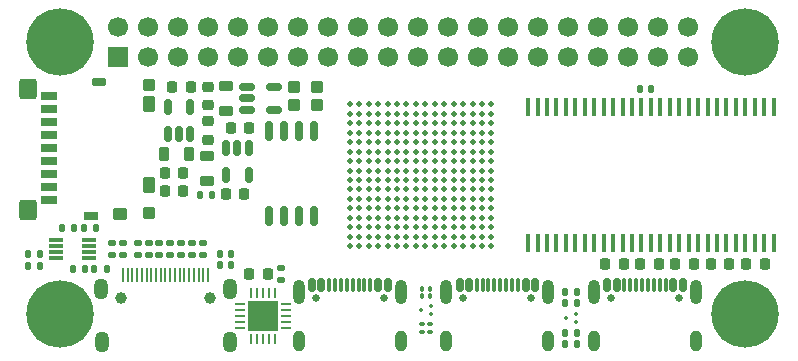
<source format=gts>
%TF.GenerationSoftware,KiCad,Pcbnew,9.0.3*%
%TF.CreationDate,2025-07-23T11:06:21+02:00*%
%TF.ProjectId,icepi-zero,69636570-692d-47a6-9572-6f2e6b696361,v1.3*%
%TF.SameCoordinates,Original*%
%TF.FileFunction,Soldermask,Top*%
%TF.FilePolarity,Negative*%
%FSLAX46Y46*%
G04 Gerber Fmt 4.6, Leading zero omitted, Abs format (unit mm)*
G04 Created by KiCad (PCBNEW 9.0.3) date 2025-07-23 11:06:21*
%MOMM*%
%LPD*%
G01*
G04 APERTURE LIST*
G04 Aperture macros list*
%AMRoundRect*
0 Rectangle with rounded corners*
0 $1 Rounding radius*
0 $2 $3 $4 $5 $6 $7 $8 $9 X,Y pos of 4 corners*
0 Add a 4 corners polygon primitive as box body*
4,1,4,$2,$3,$4,$5,$6,$7,$8,$9,$2,$3,0*
0 Add four circle primitives for the rounded corners*
1,1,$1+$1,$2,$3*
1,1,$1+$1,$4,$5*
1,1,$1+$1,$6,$7*
1,1,$1+$1,$8,$9*
0 Add four rect primitives between the rounded corners*
20,1,$1+$1,$2,$3,$4,$5,0*
20,1,$1+$1,$4,$5,$6,$7,0*
20,1,$1+$1,$6,$7,$8,$9,0*
20,1,$1+$1,$8,$9,$2,$3,0*%
G04 Aperture macros list end*
%ADD10C,5.700000*%
%ADD11RoundRect,0.140000X-0.170000X0.140000X-0.170000X-0.140000X0.170000X-0.140000X0.170000X0.140000X0*%
%ADD12RoundRect,0.225000X0.225000X0.250000X-0.225000X0.250000X-0.225000X-0.250000X0.225000X-0.250000X0*%
%ADD13RoundRect,0.135000X-0.135000X-0.185000X0.135000X-0.185000X0.135000X0.185000X-0.135000X0.185000X0*%
%ADD14RoundRect,0.140000X-0.140000X-0.170000X0.140000X-0.170000X0.140000X0.170000X-0.140000X0.170000X0*%
%ADD15RoundRect,0.150000X-0.512500X-0.150000X0.512500X-0.150000X0.512500X0.150000X-0.512500X0.150000X0*%
%ADD16R,1.700000X1.700000*%
%ADD17C,1.700000*%
%ADD18RoundRect,0.075000X-0.550000X-0.075000X0.550000X-0.075000X0.550000X0.075000X-0.550000X0.075000X0*%
%ADD19RoundRect,0.218750X-0.218750X-0.256250X0.218750X-0.256250X0.218750X0.256250X-0.218750X0.256250X0*%
%ADD20C,0.650000*%
%ADD21RoundRect,0.150000X-0.150000X-0.425000X0.150000X-0.425000X0.150000X0.425000X-0.150000X0.425000X0*%
%ADD22RoundRect,0.075000X-0.075000X-0.500000X0.075000X-0.500000X0.075000X0.500000X-0.075000X0.500000X0*%
%ADD23O,1.000000X2.100000*%
%ADD24O,1.000000X1.800000*%
%ADD25RoundRect,0.135000X0.185000X-0.135000X0.185000X0.135000X-0.185000X0.135000X-0.185000X-0.135000X0*%
%ADD26RoundRect,0.135000X0.135000X0.185000X-0.135000X0.185000X-0.135000X-0.185000X0.135000X-0.185000X0*%
%ADD27RoundRect,0.100000X-0.130000X-0.100000X0.130000X-0.100000X0.130000X0.100000X-0.130000X0.100000X0*%
%ADD28RoundRect,0.140000X0.140000X0.170000X-0.140000X0.170000X-0.140000X-0.170000X0.140000X-0.170000X0*%
%ADD29RoundRect,0.075000X0.075000X-0.075000X0.075000X0.075000X-0.075000X0.075000X-0.075000X-0.075000X0*%
%ADD30RoundRect,0.100000X-0.100000X0.130000X-0.100000X-0.130000X0.100000X-0.130000X0.100000X0.130000X0*%
%ADD31C,0.470000*%
%ADD32R,0.458000X1.510000*%
%ADD33RoundRect,0.225000X-0.250000X0.225000X-0.250000X-0.225000X0.250000X-0.225000X0.250000X0.225000X0*%
%ADD34RoundRect,0.150000X-0.150000X0.512500X-0.150000X-0.512500X0.150000X-0.512500X0.150000X0.512500X0*%
%ADD35RoundRect,0.250000X-0.300000X-0.250000X0.300000X-0.250000X0.300000X0.250000X-0.300000X0.250000X0*%
%ADD36C,1.000000*%
%ADD37R,0.210000X1.200000*%
%ADD38O,1.250000X1.800000*%
%ADD39RoundRect,0.225000X-0.225000X-0.250000X0.225000X-0.250000X0.225000X0.250000X-0.225000X0.250000X0*%
%ADD40RoundRect,0.150000X0.150000X-0.512500X0.150000X0.512500X-0.150000X0.512500X-0.150000X-0.512500X0*%
%ADD41RoundRect,0.218750X-0.218750X-0.381250X0.218750X-0.381250X0.218750X0.381250X-0.218750X0.381250X0*%
%ADD42RoundRect,0.162500X-0.162500X0.650000X-0.162500X-0.650000X0.162500X-0.650000X0.162500X0.650000X0*%
%ADD43RoundRect,0.218750X0.381250X-0.218750X0.381250X0.218750X-0.381250X0.218750X-0.381250X-0.218750X0*%
%ADD44RoundRect,0.218750X-0.381250X0.218750X-0.381250X-0.218750X0.381250X-0.218750X0.381250X0.218750X0*%
%ADD45RoundRect,0.062500X0.062500X-0.350000X0.062500X0.350000X-0.062500X0.350000X-0.062500X-0.350000X0*%
%ADD46RoundRect,0.062500X0.350000X-0.062500X0.350000X0.062500X-0.350000X0.062500X-0.350000X-0.062500X0*%
%ADD47R,2.500000X2.500000*%
%ADD48RoundRect,0.112500X-0.562500X0.262500X-0.562500X-0.262500X0.562500X-0.262500X0.562500X0.262500X0*%
%ADD49RoundRect,0.153750X-0.421250X0.358750X-0.421250X-0.358750X0.421250X-0.358750X0.421250X0.358750X0*%
%ADD50RoundRect,0.092250X-0.507750X0.215250X-0.507750X-0.215250X0.507750X-0.215250X0.507750X0.215250X0*%
%ADD51RoundRect,0.157500X-0.367500X0.380000X-0.367500X-0.380000X0.367500X-0.380000X0.367500X0.380000X0*%
%ADD52RoundRect,0.225000X-0.525000X0.625000X-0.525000X-0.625000X0.525000X-0.625000X0.525000X0.625000X0*%
%ADD53RoundRect,0.157500X-0.367500X0.542500X-0.367500X-0.542500X0.367500X-0.542500X0.367500X0.542500X0*%
%ADD54RoundRect,0.108750X-0.491250X0.253750X-0.491250X-0.253750X0.491250X-0.253750X0.491250X0.253750X0*%
G04 APERTURE END LIST*
D10*
%TO.C,H3*%
X119500000Y-116500000D03*
%TD*%
D11*
%TO.C,C31*%
X131570000Y-110520000D03*
X131570000Y-111480000D03*
%TD*%
%TO.C,C35*%
X127890000Y-110520000D03*
X127890000Y-111480000D03*
%TD*%
D12*
%TO.C,C5*%
X129875000Y-104570000D03*
X128325000Y-104570000D03*
%TD*%
%TO.C,C6*%
X129875000Y-106100000D03*
X128325000Y-106100000D03*
%TD*%
D13*
%TO.C,R27*%
X162240000Y-115575000D03*
X163260000Y-115575000D03*
%TD*%
D14*
%TO.C,C44*%
X168580000Y-97470000D03*
X169540000Y-97470000D03*
%TD*%
D15*
%TO.C,U4*%
X135302500Y-97292500D03*
X135302500Y-98242500D03*
X135302500Y-99192500D03*
X137577500Y-99192500D03*
X137577500Y-97292500D03*
%TD*%
D16*
%TO.C,J1*%
X124375000Y-94775000D03*
D17*
X124375000Y-92235000D03*
X126915000Y-94775000D03*
X126915000Y-92235000D03*
X129455000Y-94775000D03*
X129455000Y-92235000D03*
X131995000Y-94775000D03*
X131995000Y-92235000D03*
X134535000Y-94775000D03*
X134535000Y-92235000D03*
X137075000Y-94775000D03*
X137075000Y-92235000D03*
X139615000Y-94775000D03*
X139615000Y-92235000D03*
X142155000Y-94775000D03*
X142155000Y-92235000D03*
X144695000Y-94775000D03*
X144695000Y-92235000D03*
X147235000Y-94775000D03*
X147235000Y-92235000D03*
X149775000Y-94775000D03*
X149775000Y-92235000D03*
X152315000Y-94775000D03*
X152315000Y-92235000D03*
X154855000Y-94775000D03*
X154855000Y-92235000D03*
X157395000Y-94775000D03*
X157395000Y-92235000D03*
X159935000Y-94775000D03*
X159935000Y-92235000D03*
X162475000Y-94775000D03*
X162475000Y-92235000D03*
X165015000Y-94775000D03*
X165015000Y-92235000D03*
X167555000Y-94775000D03*
X167555000Y-92235000D03*
X170095000Y-94775000D03*
X170095000Y-92235000D03*
X172635000Y-94775000D03*
X172635000Y-92235000D03*
%TD*%
D18*
%TO.C,U5*%
X119100000Y-110225000D03*
X119100000Y-110725000D03*
X119100000Y-111225000D03*
X119100000Y-111725000D03*
X121900000Y-111725000D03*
X121900000Y-111225000D03*
X121900000Y-110725000D03*
X121900000Y-110225000D03*
%TD*%
D19*
%TO.C,D3*%
X174572500Y-112240000D03*
X176147500Y-112240000D03*
%TD*%
D20*
%TO.C,J4*%
X166110000Y-115145000D03*
X171890000Y-115145000D03*
D21*
X165800000Y-114070000D03*
X166600000Y-114070000D03*
D22*
X167750000Y-114070000D03*
X168750000Y-114070000D03*
X169250000Y-114070000D03*
X170250000Y-114070000D03*
D21*
X171400000Y-114070000D03*
X172200000Y-114070000D03*
X172200000Y-114070000D03*
X171400000Y-114070000D03*
D22*
X170750000Y-114070000D03*
X169750000Y-114070000D03*
X168250000Y-114070000D03*
X167250000Y-114070000D03*
D21*
X166600000Y-114070000D03*
X165800000Y-114070000D03*
D23*
X164680000Y-114645000D03*
D24*
X164680000Y-118825000D03*
D23*
X173320000Y-114645000D03*
D24*
X173320000Y-118825000D03*
%TD*%
D19*
%TO.C,D8*%
X135475000Y-113130000D03*
X137050000Y-113130000D03*
%TD*%
D25*
%TO.C,R12*%
X126040000Y-111510000D03*
X126040000Y-110490000D03*
%TD*%
D26*
%TO.C,R16*%
X121550000Y-112700000D03*
X120530000Y-112700000D03*
%TD*%
D13*
%TO.C,R18*%
X116740000Y-112400000D03*
X117760000Y-112400000D03*
%TD*%
D27*
%TO.C,R33*%
X150155000Y-118025000D03*
X150795000Y-118025000D03*
%TD*%
D26*
%TO.C,R8*%
X132360000Y-106420000D03*
X131340000Y-106420000D03*
%TD*%
D19*
%TO.C,D4*%
X168585000Y-112260000D03*
X170160000Y-112260000D03*
%TD*%
D28*
%TO.C,C30*%
X133980000Y-111430000D03*
X133020000Y-111430000D03*
%TD*%
D29*
%TO.C,U9*%
X150892500Y-116532500D03*
X150892500Y-115832500D03*
X150042500Y-116182500D03*
%TD*%
D20*
%TO.C,J5*%
X153610000Y-115145000D03*
X159390000Y-115145000D03*
D21*
X153300000Y-114070000D03*
X154100000Y-114070000D03*
D22*
X155250000Y-114070000D03*
X156250000Y-114070000D03*
X156750000Y-114070000D03*
X157750000Y-114070000D03*
D21*
X158900000Y-114070000D03*
X159700000Y-114070000D03*
X159700000Y-114070000D03*
X158900000Y-114070000D03*
D22*
X158250000Y-114070000D03*
X157250000Y-114070000D03*
X155750000Y-114070000D03*
X154750000Y-114070000D03*
D21*
X154100000Y-114070000D03*
X153300000Y-114070000D03*
D23*
X152180000Y-114645000D03*
D24*
X152180000Y-118825000D03*
D23*
X160820000Y-114645000D03*
D24*
X160820000Y-118825000D03*
%TD*%
D11*
%TO.C,C32*%
X130650000Y-110520000D03*
X130650000Y-111480000D03*
%TD*%
D30*
%TO.C,R38*%
X150830000Y-114370000D03*
X150830000Y-115010000D03*
%TD*%
D12*
%TO.C,C17*%
X135510000Y-100770000D03*
X133960000Y-100770000D03*
%TD*%
D25*
%TO.C,R28*%
X138210000Y-113660000D03*
X138210000Y-112640000D03*
%TD*%
D12*
%TO.C,C4*%
X130525000Y-97300000D03*
X128975000Y-97300000D03*
%TD*%
D11*
%TO.C,C34*%
X128810000Y-110520000D03*
X128810000Y-111480000D03*
%TD*%
D31*
%TO.C,U1*%
X156000000Y-98750000D03*
X156000000Y-99550000D03*
X156000000Y-100350000D03*
X156000000Y-101150000D03*
X156000000Y-101950000D03*
X156000000Y-102750000D03*
X156000000Y-103550000D03*
X156000000Y-104350000D03*
X156000000Y-105150000D03*
X156000000Y-105950000D03*
X156000000Y-106750000D03*
X156000000Y-107550000D03*
X156000000Y-108350000D03*
X156000000Y-109150000D03*
X156000000Y-109950000D03*
X156000000Y-110750000D03*
X155200000Y-98750000D03*
X155200000Y-99550000D03*
X155200000Y-100350000D03*
X155200000Y-101150000D03*
X155200000Y-101950000D03*
X155200000Y-102750000D03*
X155200000Y-103550000D03*
X155200000Y-104350000D03*
X155200000Y-105150000D03*
X155200000Y-105950000D03*
X155200000Y-106750000D03*
X155200000Y-107550000D03*
X155200000Y-108350000D03*
X155200000Y-109150000D03*
X155200000Y-109950000D03*
X155200000Y-110750000D03*
X154400000Y-98750000D03*
X154400000Y-99550000D03*
X154400000Y-100350000D03*
X154400000Y-101150000D03*
X154400000Y-101950000D03*
X154400000Y-102750000D03*
X154400000Y-103550000D03*
X154400000Y-104350000D03*
X154400000Y-105150000D03*
X154400000Y-105950000D03*
X154400000Y-106750000D03*
X154400000Y-107550000D03*
X154400000Y-108350000D03*
X154400000Y-109150000D03*
X154400000Y-109950000D03*
X154400000Y-110750000D03*
X153600000Y-98750000D03*
X153600000Y-99550000D03*
X153600000Y-100350000D03*
X153600000Y-101150000D03*
X153600000Y-101950000D03*
X153600000Y-102750000D03*
X153600000Y-103550000D03*
X153600000Y-104350000D03*
X153600000Y-105150000D03*
X153600000Y-105950000D03*
X153600000Y-106750000D03*
X153600000Y-107550000D03*
X153600000Y-108350000D03*
X153600000Y-109150000D03*
X153600000Y-109950000D03*
X153600000Y-110750000D03*
X152800000Y-98750000D03*
X152800000Y-99550000D03*
X152800000Y-100350000D03*
X152800000Y-101150000D03*
X152800000Y-101950000D03*
X152800000Y-102750000D03*
X152800000Y-103550000D03*
X152800000Y-104350000D03*
X152800000Y-105150000D03*
X152800000Y-105950000D03*
X152800000Y-106750000D03*
X152800000Y-107550000D03*
X152800000Y-108350000D03*
X152800000Y-109150000D03*
X152800000Y-109950000D03*
X152800000Y-110750000D03*
X152000000Y-98750000D03*
X152000000Y-99550000D03*
X152000000Y-100350000D03*
X152000000Y-101150000D03*
X152000000Y-101950000D03*
X152000000Y-102750000D03*
X152000000Y-103550000D03*
X152000000Y-104350000D03*
X152000000Y-105150000D03*
X152000000Y-105950000D03*
X152000000Y-106750000D03*
X152000000Y-107550000D03*
X152000000Y-108350000D03*
X152000000Y-109150000D03*
X152000000Y-109950000D03*
X152000000Y-110750000D03*
X151200000Y-98750000D03*
X151200000Y-99550000D03*
X151200000Y-100350000D03*
X151200000Y-101150000D03*
X151200000Y-101950000D03*
X151200000Y-102750000D03*
X151200000Y-103550000D03*
X151200000Y-104350000D03*
X151200000Y-105150000D03*
X151200000Y-105950000D03*
X151200000Y-106750000D03*
X151200000Y-107550000D03*
X151200000Y-108350000D03*
X151200000Y-109150000D03*
X151200000Y-109950000D03*
X151200000Y-110750000D03*
X150400000Y-98750000D03*
X150400000Y-99550000D03*
X150400000Y-100350000D03*
X150400000Y-101150000D03*
X150400000Y-101950000D03*
X150400000Y-102750000D03*
X150400000Y-103550000D03*
X150400000Y-104350000D03*
X150400000Y-105150000D03*
X150400000Y-105950000D03*
X150400000Y-106750000D03*
X150400000Y-107550000D03*
X150400000Y-108350000D03*
X150400000Y-109150000D03*
X150400000Y-109950000D03*
X150400000Y-110750000D03*
X149600000Y-98750000D03*
X149600000Y-99550000D03*
X149600000Y-100350000D03*
X149600000Y-101150000D03*
X149600000Y-101950000D03*
X149600000Y-102750000D03*
X149600000Y-103550000D03*
X149600000Y-104350000D03*
X149600000Y-105150000D03*
X149600000Y-105950000D03*
X149600000Y-106750000D03*
X149600000Y-107550000D03*
X149600000Y-108350000D03*
X149600000Y-109150000D03*
X149600000Y-109950000D03*
X149600000Y-110750000D03*
X148800000Y-98750000D03*
X148800000Y-99550000D03*
X148800000Y-100350000D03*
X148800000Y-101150000D03*
X148800000Y-101950000D03*
X148800000Y-102750000D03*
X148800000Y-103550000D03*
X148800000Y-104350000D03*
X148800000Y-105150000D03*
X148800000Y-105950000D03*
X148800000Y-106750000D03*
X148800000Y-107550000D03*
X148800000Y-108350000D03*
X148800000Y-109150000D03*
X148800000Y-109950000D03*
X148800000Y-110750000D03*
X148000000Y-98750000D03*
X148000000Y-99550000D03*
X148000000Y-100350000D03*
X148000000Y-101150000D03*
X148000000Y-101950000D03*
X148000000Y-102750000D03*
X148000000Y-103550000D03*
X148000000Y-104350000D03*
X148000000Y-105150000D03*
X148000000Y-105950000D03*
X148000000Y-106750000D03*
X148000000Y-107550000D03*
X148000000Y-108350000D03*
X148000000Y-109150000D03*
X148000000Y-109950000D03*
X148000000Y-110750000D03*
X147200000Y-98750000D03*
X147200000Y-99550000D03*
X147200000Y-100350000D03*
X147200000Y-101150000D03*
X147200000Y-101950000D03*
X147200000Y-102750000D03*
X147200000Y-103550000D03*
X147200000Y-104350000D03*
X147200000Y-105150000D03*
X147200000Y-105950000D03*
X147200000Y-106750000D03*
X147200000Y-107550000D03*
X147200000Y-108350000D03*
X147200000Y-109150000D03*
X147200000Y-109950000D03*
X147200000Y-110750000D03*
X146400000Y-98750000D03*
X146400000Y-99550000D03*
X146400000Y-100350000D03*
X146400000Y-101150000D03*
X146400000Y-101950000D03*
X146400000Y-102750000D03*
X146400000Y-103550000D03*
X146400000Y-104350000D03*
X146400000Y-105150000D03*
X146400000Y-105950000D03*
X146400000Y-106750000D03*
X146400000Y-107550000D03*
X146400000Y-108350000D03*
X146400000Y-109150000D03*
X146400000Y-109950000D03*
X146400000Y-110750000D03*
X145600000Y-98750000D03*
X145600000Y-99550000D03*
X145600000Y-100350000D03*
X145600000Y-101150000D03*
X145600000Y-101950000D03*
X145600000Y-102750000D03*
X145600000Y-103550000D03*
X145600000Y-104350000D03*
X145600000Y-105150000D03*
X145600000Y-105950000D03*
X145600000Y-106750000D03*
X145600000Y-107550000D03*
X145600000Y-108350000D03*
X145600000Y-109150000D03*
X145600000Y-109950000D03*
X145600000Y-110750000D03*
X144800000Y-98750000D03*
X144800000Y-99550000D03*
X144800000Y-100350000D03*
X144800000Y-101150000D03*
X144800000Y-101950000D03*
X144800000Y-102750000D03*
X144800000Y-103550000D03*
X144800000Y-104350000D03*
X144800000Y-105150000D03*
X144800000Y-105950000D03*
X144800000Y-106750000D03*
X144800000Y-107550000D03*
X144800000Y-108350000D03*
X144800000Y-109150000D03*
X144800000Y-109950000D03*
X144800000Y-110750000D03*
X144000000Y-98750000D03*
X144000000Y-99550000D03*
X144000000Y-100350000D03*
X144000000Y-101150000D03*
X144000000Y-101950000D03*
X144000000Y-102750000D03*
X144000000Y-103550000D03*
X144000000Y-104350000D03*
X144000000Y-105150000D03*
X144000000Y-105950000D03*
X144000000Y-106750000D03*
X144000000Y-107550000D03*
X144000000Y-108350000D03*
X144000000Y-109150000D03*
X144000000Y-109950000D03*
X144000000Y-110750000D03*
%TD*%
D32*
%TO.C,U10*%
X159100000Y-110500000D03*
X159900000Y-110500000D03*
X160700000Y-110500000D03*
X161500000Y-110500000D03*
X162300000Y-110500000D03*
X163100000Y-110500000D03*
X163900000Y-110500000D03*
X164700000Y-110500000D03*
X165500000Y-110500000D03*
X166300000Y-110500000D03*
X167100000Y-110500000D03*
X167900000Y-110500000D03*
X168700000Y-110500000D03*
X169500000Y-110500000D03*
X170300000Y-110500000D03*
X171100000Y-110500000D03*
X171900000Y-110500000D03*
X172700000Y-110500000D03*
X173500000Y-110500000D03*
X174300000Y-110500000D03*
X175100000Y-110500000D03*
X175900000Y-110500000D03*
X176700000Y-110500000D03*
X177500000Y-110500000D03*
X178300000Y-110500000D03*
X179100000Y-110500000D03*
X179900000Y-110500000D03*
X179900000Y-99000000D03*
X179100000Y-99000000D03*
X178300000Y-99000000D03*
X177500000Y-99000000D03*
X176700000Y-99000000D03*
X175900000Y-99000000D03*
X175100000Y-99000000D03*
X174300000Y-99000000D03*
X173500000Y-99000000D03*
X172700000Y-99000000D03*
X171900000Y-99000000D03*
X171100000Y-99000000D03*
X170300000Y-99000000D03*
X169500000Y-99000000D03*
X168700000Y-99000000D03*
X167900000Y-99000000D03*
X167100000Y-99000000D03*
X166300000Y-99000000D03*
X165500000Y-99000000D03*
X164700000Y-99000000D03*
X163900000Y-99000000D03*
X163100000Y-99000000D03*
X162300000Y-99000000D03*
X161500000Y-99000000D03*
X160700000Y-99000000D03*
X159900000Y-99000000D03*
X159100000Y-99000000D03*
%TD*%
D33*
%TO.C,C23*%
X131970000Y-100200000D03*
X131970000Y-101750000D03*
%TD*%
D19*
%TO.C,D2*%
X171572500Y-112240000D03*
X173147500Y-112240000D03*
%TD*%
D10*
%TO.C,H1*%
X119500000Y-93500000D03*
%TD*%
D34*
%TO.C,U3*%
X135440000Y-102430000D03*
X134490000Y-102430000D03*
X133540000Y-102430000D03*
X133540000Y-104705000D03*
X135440000Y-104705000D03*
%TD*%
D35*
%TO.C,Y1*%
X139300000Y-98800000D03*
X141200000Y-98800000D03*
X141200000Y-97300000D03*
X139300000Y-97300000D03*
%TD*%
D11*
%TO.C,C33*%
X129730000Y-110520000D03*
X129730000Y-111480000D03*
%TD*%
D13*
%TO.C,R35*%
X162240000Y-118130000D03*
X163260000Y-118130000D03*
%TD*%
D29*
%TO.C,U8*%
X163175000Y-117200000D03*
X163175000Y-116500000D03*
X162325000Y-116850000D03*
%TD*%
D30*
%TO.C,R40*%
X150130000Y-114370000D03*
X150130000Y-115010000D03*
%TD*%
D26*
%TO.C,R15*%
X122510000Y-109225000D03*
X121490000Y-109225000D03*
%TD*%
D13*
%TO.C,R17*%
X122390000Y-112700000D03*
X123410000Y-112700000D03*
%TD*%
D20*
%TO.C,J3*%
X141110000Y-115145000D03*
X146890000Y-115145000D03*
D21*
X140800000Y-114070000D03*
X141600000Y-114070000D03*
D22*
X142750000Y-114070000D03*
X143750000Y-114070000D03*
X144250000Y-114070000D03*
X145250000Y-114070000D03*
D21*
X146400000Y-114070000D03*
X147200000Y-114070000D03*
X147200000Y-114070000D03*
X146400000Y-114070000D03*
D22*
X145750000Y-114070000D03*
X144750000Y-114070000D03*
X143250000Y-114070000D03*
X142250000Y-114070000D03*
D21*
X141600000Y-114070000D03*
X140800000Y-114070000D03*
D23*
X139680000Y-114645000D03*
D24*
X139680000Y-118825000D03*
D23*
X148320000Y-114645000D03*
D24*
X148320000Y-118825000D03*
%TD*%
D10*
%TO.C,H4*%
X177500000Y-116500000D03*
%TD*%
D36*
%TO.C,J2*%
X124650000Y-115150000D03*
X132150000Y-115150000D03*
D37*
X132000000Y-113200000D03*
X131600000Y-113200000D03*
X131200000Y-113200000D03*
X130800000Y-113200000D03*
X130400000Y-113200000D03*
X130000000Y-113200000D03*
X129600000Y-113200000D03*
X129200000Y-113200000D03*
X128800000Y-113200000D03*
X128400000Y-113200000D03*
X128000000Y-113200000D03*
X127600000Y-113200000D03*
X127200000Y-113200000D03*
X126800000Y-113200000D03*
X126400000Y-113200000D03*
X126000000Y-113200000D03*
X125600000Y-113200000D03*
X125200000Y-113200000D03*
X124800000Y-113200000D03*
D38*
X122975000Y-114350000D03*
X123000000Y-118850000D03*
X133825000Y-114350000D03*
X133825000Y-118850000D03*
%TD*%
D28*
%TO.C,C29*%
X133980000Y-112350000D03*
X133020000Y-112350000D03*
%TD*%
D11*
%TO.C,C36*%
X126970000Y-110520000D03*
X126970000Y-111480000D03*
%TD*%
D10*
%TO.C,H2*%
X177500000Y-93500000D03*
%TD*%
D25*
%TO.C,R13*%
X124825000Y-111510000D03*
X124825000Y-110490000D03*
%TD*%
D19*
%TO.C,D5*%
X177562500Y-112250000D03*
X179137500Y-112250000D03*
%TD*%
D25*
%TO.C,R14*%
X123875000Y-111510000D03*
X123875000Y-110490000D03*
%TD*%
D27*
%TO.C,R30*%
X150155000Y-117325000D03*
X150795000Y-117325000D03*
%TD*%
D33*
%TO.C,C24*%
X131965000Y-97245000D03*
X131965000Y-98795000D03*
%TD*%
D39*
%TO.C,C18*%
X133495000Y-106350000D03*
X135045000Y-106350000D03*
%TD*%
D40*
%TO.C,U2*%
X128590000Y-101225000D03*
X129540000Y-101225000D03*
X130490000Y-101225000D03*
X130490000Y-98950000D03*
X128590000Y-98950000D03*
%TD*%
D41*
%TO.C,L1*%
X128267500Y-102980000D03*
X130392500Y-102980000D03*
%TD*%
D13*
%TO.C,R26*%
X162240000Y-114635000D03*
X163260000Y-114635000D03*
%TD*%
D42*
%TO.C,U11*%
X140995000Y-101012500D03*
X139725000Y-101012500D03*
X138455000Y-101012500D03*
X137185000Y-101012500D03*
X137185000Y-108187500D03*
X138455000Y-108187500D03*
X139725000Y-108187500D03*
X140995000Y-108187500D03*
%TD*%
D43*
%TO.C,L3*%
X133545000Y-99352500D03*
X133545000Y-97227500D03*
%TD*%
D19*
%TO.C,D1*%
X165630000Y-112240000D03*
X167205000Y-112240000D03*
%TD*%
D44*
%TO.C,L2*%
X131940000Y-103137500D03*
X131940000Y-105262500D03*
%TD*%
D45*
%TO.C,U6*%
X135680000Y-118617500D03*
X136180000Y-118617500D03*
X136680000Y-118617500D03*
X137180000Y-118617500D03*
X137680000Y-118617500D03*
D46*
X138617500Y-117680000D03*
X138617500Y-117180000D03*
X138617500Y-116680000D03*
X138617500Y-116180000D03*
X138617500Y-115680000D03*
D45*
X137680000Y-114742500D03*
X137180000Y-114742500D03*
X136680000Y-114742500D03*
X136180000Y-114742500D03*
X135680000Y-114742500D03*
D46*
X134742500Y-115680000D03*
X134742500Y-116180000D03*
X134742500Y-116680000D03*
X134742500Y-117180000D03*
X134742500Y-117680000D03*
D47*
X136680000Y-116680000D03*
%TD*%
D13*
%TO.C,R39*%
X162240000Y-119075000D03*
X163260000Y-119075000D03*
%TD*%
D48*
%TO.C,J6*%
X118520000Y-105750000D03*
X118520000Y-104650000D03*
X118520000Y-103550000D03*
X118520000Y-102450000D03*
X118520000Y-101350000D03*
X118520000Y-100250000D03*
X118520000Y-99150000D03*
X118520000Y-98050000D03*
D49*
X124575000Y-108012500D03*
D48*
X118520000Y-106850000D03*
D50*
X122800000Y-96882500D03*
D51*
X127025000Y-97112500D03*
D52*
X116750000Y-97425000D03*
D53*
X127025000Y-98750000D03*
X127025000Y-105550000D03*
D52*
X116750000Y-107675000D03*
D51*
X127025000Y-107987500D03*
D54*
X122100000Y-108162500D03*
%TD*%
D13*
%TO.C,R19*%
X116740000Y-111440000D03*
X117760000Y-111440000D03*
%TD*%
D28*
%TO.C,C37*%
X120630000Y-109225000D03*
X119670000Y-109225000D03*
%TD*%
M02*

</source>
